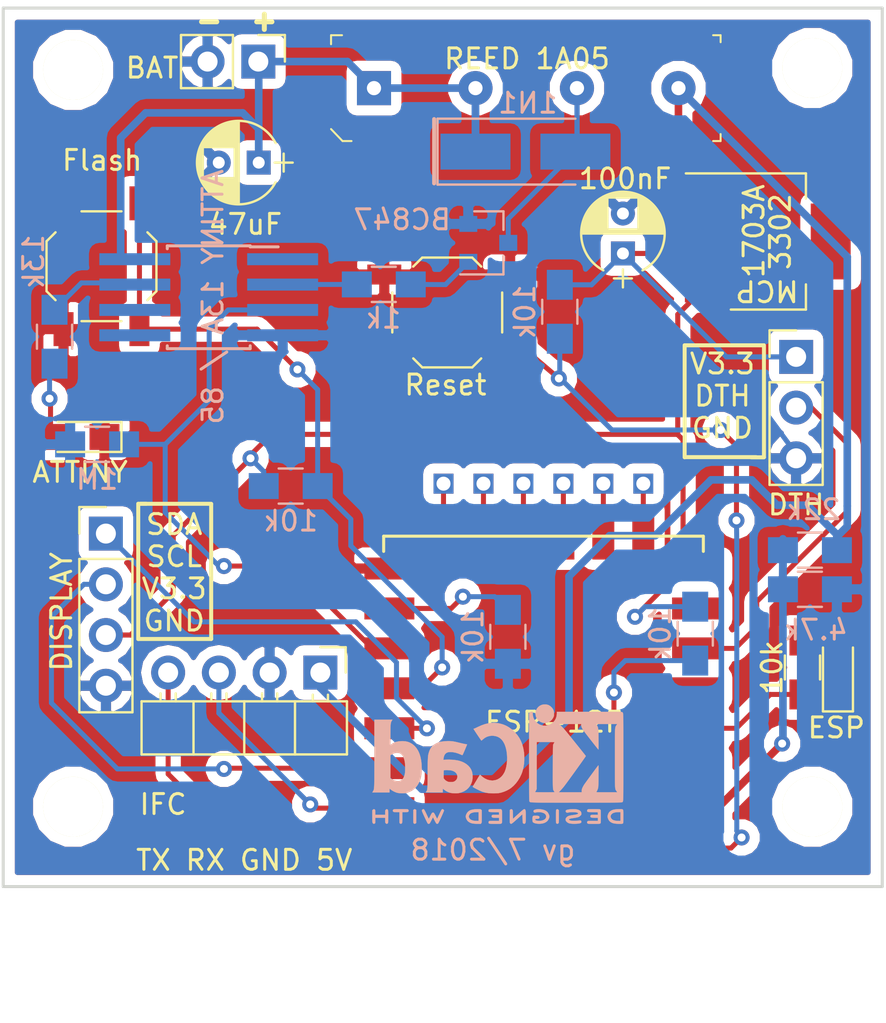
<source format=kicad_pcb>
(kicad_pcb (version 4) (host pcbnew 4.0.7)
  (layers (0 F.Cu signal) (31 B.Cu signal) (34 B.Paste user) (35 F.Paste user) (36 B.SilkS user) (37 F.SilkS user) (38 B.Mask user hide) (39 F.Mask user hide) (44 Edge.Cuts user hide))
  (net 0 "")
  (net 1 GND)
  (net 2 "Net-(D1-Pad2)")
  (net 3 "Net-(R1-Pad2)")
  (net 4 RX)
  (net 5 TX)
  (net 6 VBAT)
  (net 7 "Net-(1N1-Pad2)")
  (net 8 V3.3)
  (net 9 "Net-(D2-Pad2)")
  (net 10 VCC_OUT)
  (net 11 SDA)
  (net 12 SCL)
  (net 13 DTH)
  (net 14 ATTINY_DI)
  (net 15 ATTINY_SWITCH)
  (net 16 ADC)
  (net 17 "Net-(R6-Pad1)")
  (net 18 "Net-(R7-Pad1)")
  (net 19 "Net-(R8-Pad2)")
  (net 20 "Net-(R9-Pad2)")
  (net 21 "Net-(R10-Pad1)")
  (net 22 "Net-(U1-Pad1)")
  (net 23 "Net-(U3-Pad5)")
  (net 24 "Net-(U1-Pad5)")
  (net 25 "Net-(U1-Pad6)")
  (net 26 "Net-(Q1-Pad1)")
  (net 27 "Net-(U3-Pad7)")
  (net 28 "Net-(J7-Pad1)")
  (net 29 "Net-(J8-Pad1)")
  (net 30 "Net-(J9-Pad1)")
  (net 31 "Net-(J10-Pad1)")
  (net 32 "Net-(J11-Pad1)")
  (net 33 "Net-(J6-Pad1)")
  (module ESP8266:ESP-12E_SMD (layer F.Cu) (at 143.83 111.67 180)
    (fp_text reference U3 hide)
    (fp_text value ESP-12F (at 6.48 6.31 360) (layer F.SilkS))
    (pad 1 smd rect (at 0 0 180) (size 2.5 1.1) (drill (offset -0.7 0)) (layers F.Cu F.Paste F.Mask) (net 17 "Net-(R6-Pad1)"))
    (pad 2 smd rect (at 0 2 180) (size 2.5 1.1) (drill (offset -0.7 0)) (layers F.Cu F.Paste F.Mask) (net 16 ADC))
    (pad 3 smd rect (at 0 4 180) (size 2.5 1.1) (drill (offset -0.7 0)) (layers F.Cu F.Paste F.Mask) (net 18 "Net-(R7-Pad1)"))
    (pad 4 smd rect (at 0 6 180) (size 2.5 1.1) (drill (offset -0.7 0)) (layers F.Cu F.Paste F.Mask) (net 19 "Net-(R8-Pad2)"))
    (pad 5 smd rect (at 0 8 180) (size 2.5 1.1) (drill (offset -0.7 0)) (layers F.Cu F.Paste F.Mask) (net 23 "Net-(U3-Pad5)"))
    (pad 6 smd rect (at 0 10 180) (size 2.5 1.1) (drill (offset -0.7 0)) (layers F.Cu F.Paste F.Mask) (net 13 DTH))
    (pad 7 smd rect (at 0 12 180) (size 2.5 1.1) (drill (offset -0.7 0)) (layers F.Cu F.Paste F.Mask) (net 27 "Net-(U3-Pad7)"))
    (pad 8 smd rect (at 0 14 180) (size 2.5 1.1) (drill (offset -0.7 0)) (layers F.Cu F.Paste F.Mask) (net 8 V3.3))
    (pad 9 smd rect (at 14 14 180) (size 2.5 1.1) (drill (offset 0.7 0)) (layers F.Cu F.Paste F.Mask) (net 1 GND))
    (pad 10 smd rect (at 14 12 180) (size 2.5 1.1) (drill (offset 0.7 0)) (layers F.Cu F.Paste F.Mask) (net 20 "Net-(R9-Pad2)"))
    (pad 11 smd rect (at 14 10 180) (size 2.5 1.1) (drill (offset 0.7 0)) (layers F.Cu F.Paste F.Mask) (net 14 ATTINY_DI))
    (pad 12 smd rect (at 14 8 180) (size 2.5 1.1) (drill (offset 0.7 0)) (layers F.Cu F.Paste F.Mask) (net 21 "Net-(R10-Pad1)"))
    (pad 13 smd rect (at 14 6 180) (size 2.5 1.1) (drill (offset 0.7 0)) (layers F.Cu F.Paste F.Mask) (net 11 SDA))
    (pad 14 smd rect (at 14 4 180) (size 2.5 1.1) (drill (offset 0.7 0)) (layers F.Cu F.Paste F.Mask) (net 12 SCL))
    (pad 15 smd rect (at 14 2 180) (size 2.5 1.1) (drill (offset 0.7 0)) (layers F.Cu F.Paste F.Mask) (net 4 RX))
    (pad 16 smd rect (at 14 0 180) (size 2.5 1.1) (drill (offset 0.7 0)) (layers F.Cu F.Paste F.Mask) (net 5 TX))
    (pad 17 smd rect (at 1.99 15 270) (size 2.5 1.1) (drill (offset -0.7 0)) (layers F.Cu F.Paste F.Mask) (net 33 "Net-(J6-Pad1)"))
    (pad 18 smd rect (at 3.99 15 270) (size 2.5 1.1) (drill (offset -0.7 0)) (layers F.Cu F.Paste F.Mask) (net 28 "Net-(J7-Pad1)"))
    (pad 19 smd rect (at 5.99 15 270) (size 2.5 1.1) (drill (offset -0.7 0)) (layers F.Cu F.Paste F.Mask) (net 29 "Net-(J8-Pad1)"))
    (pad 20 smd rect (at 7.99 15 270) (size 2.5 1.1) (drill (offset -0.7 0)) (layers F.Cu F.Paste F.Mask) (net 30 "Net-(J9-Pad1)"))
    (pad 21 smd rect (at 9.99 15 270) (size 2.5 1.1) (drill (offset -0.7 0)) (layers F.Cu F.Paste F.Mask) (net 31 "Net-(J10-Pad1)"))
    (pad 22 smd rect (at 11.99 15 270) (size 2.5 1.1) (drill (offset -0.7 0)) (layers F.Cu F.Paste F.Mask) (net 32 "Net-(J11-Pad1)"))
  )
  (module Capacitors_THT:CP_Radial_D4.0mm_P2.00mm (layer F.Cu) (at 140.82 81.89 90)
    (fp_text reference C2 hide)
    (fp_text value 100nF (at 3.74 0.11 180) (layer F.SilkS))
    (pad 1 thru_hole rect (at 0 0 90) (size 1.2 1.2) (drill 0.6) (layers *.Cu *.Mask) (net 8 V3.3))
    (pad 2 thru_hole circle (at 2 0 90) (size 1.2 1.2) (drill 0.6) (layers *.Cu *.Mask) (net 1 GND))
  )
  (module Mounting_Holes:MountingHole_3mm (layer F.Cu) (at 113.3 109.6)
    (fp_text reference REF3 hide)
    (fp_text value MountingHole_3mm)
    (pad 1 np_thru_hole circle (at 0 0) (size 3 3) (drill 3) (layers *.Cu *.Mask F.SilkS))
  )
  (module Mounting_Holes:MountingHole_3mm (layer F.Cu) (at 113.3 72.7)
    (fp_text reference REF4 hide)
    (fp_text value MountingHole_3mm)
    (pad 1 np_thru_hole circle (at 0 0) (size 3 3) (drill 3) (layers *.Cu *.Mask F.SilkS))
  )
  (module Mounting_Holes:MountingHole_3mm (layer F.Cu) (at 150.3 109.6)
    (fp_text reference REF2 hide)
    (fp_text value MountingHole_3mm)
    (pad 1 np_thru_hole circle (at 0 0) (size 3 3) (drill 3) (layers *.Cu *.Mask F.SilkS))
  )
  (module Mounting_Holes:MountingHole_3mm (layer F.Cu) (at 150.3 72.6)
    (fp_text reference REF01 hide)
    (fp_text value MountingHole_3mm)
    (pad 1 np_thru_hole circle (at 0 0) (size 3 3) (drill 3) (layers *.Cu *.Mask F.SilkS))
  )
  (module Capacitors_THT:CP_Radial_D4.0mm_P2.00mm (layer F.Cu) (at 122.59 77.34 180)
    (fp_text reference C1 hide)
    (fp_text value 47uF (at 0.67 -3.09 180) (layer F.SilkS))
    (pad 1 thru_hole rect (at 0 0 180) (size 1.2 1.2) (drill 0.6) (layers *.Cu *.Mask) (net 6 VBAT))
    (pad 2 thru_hole circle (at 2 0 180) (size 1.2 1.2) (drill 0.6) (layers *.Cu *.Mask) (net 1 GND))
  )
  (module LEDs:LED_0805_HandSoldering (layer F.Cu) (at 113.52 91.08 180)
    (fp_text reference D1 hide)
    (fp_text value ATTINY (at -0.13 -1.77 180) (layer F.SilkS))
    (pad 1 smd rect (at -1.35 0 180) (size 1.5 1.3) (layers F.Cu F.Paste F.Mask) (net 1 GND))
    (pad 2 smd rect (at 1.35 0 180) (size 1.5 1.3) (layers F.Cu F.Paste F.Mask) (net 2 "Net-(D1-Pad2)"))
  )
  (module LEDs:LED_0805_HandSoldering (layer F.Cu) (at 151.584 102.626 90)
    (fp_text reference D2)
    (fp_text value ESP (at -3.02 -0.08 180) (layer F.SilkS))
    (pad 1 smd rect (at -1.35 0 90) (size 1.5 1.3) (layers F.Cu F.Paste F.Mask) (net 1 GND))
    (pad 2 smd rect (at 1.35 0 90) (size 1.5 1.3) (layers F.Cu F.Paste F.Mask) (net 9 "Net-(D2-Pad2)"))
  )
  (module TO_SOT_Packages_SMD:SOT-23 (layer B.Cu) (at 134.08 81.36)
    (fp_text reference Q1 hide)
    (fp_text value BC847 (at -4.31 -1.16) (layer B.SilkS) (effects (justify mirror)))
    (pad 1 smd rect (at -1 0.95) (size 0.9 0.8) (layers B.Cu B.Paste B.Mask) (net 26 "Net-(Q1-Pad1)"))
    (pad 2 smd rect (at -1 -0.95) (size 0.9 0.8) (layers B.Cu B.Paste B.Mask) (net 1 GND))
    (pad 3 smd rect (at 1 0) (size 0.9 0.8) (layers B.Cu B.Paste B.Mask) (net 7 "Net-(1N1-Pad2)"))
  )
  (module Resistors_SMD:R_0805_HandSoldering (layer B.Cu) (at 112.37 86.06 90)
    (fp_text reference R1 hide)
    (fp_text value 13k (at 3.76 -1.05 90) (layer B.SilkS) (effects (justify mirror)))
    (pad 1 smd rect (at -1.35 0 90) (size 1.5 1.3) (layers B.Cu B.Paste B.Mask) (net 2 "Net-(D1-Pad2)"))
    (pad 2 smd rect (at 1.35 0 90) (size 1.5 1.3) (layers B.Cu B.Paste B.Mask) (net 3 "Net-(R1-Pad2)"))
  )
  (module Resistors_SMD:R_0805_HandSoldering (layer B.Cu) (at 114.5 91.45 180)
    (fp_text reference R2 hide)
    (fp_text value 1M (at 0 -1.75 180) (layer B.SilkS) (effects (justify mirror)))
    (pad 1 smd rect (at -1.35 0 180) (size 1.5 1.3) (layers B.Cu B.Paste B.Mask) (net 14 ATTINY_DI))
    (pad 2 smd rect (at 1.35 0 180) (size 1.5 1.3) (layers B.Cu B.Paste B.Mask) (net 1 GND))
  )
  (module Resistors_SMD:R_0805_HandSoldering (layer B.Cu) (at 128.85 83.44)
    (fp_text reference R3 hide)
    (fp_text value 1k (at -0.02 1.69) (layer B.SilkS) (effects (justify mirror)))
    (pad 1 smd rect (at -1.35 0) (size 1.5 1.3) (layers B.Cu B.Paste B.Mask) (net 15 ATTINY_SWITCH))
    (pad 2 smd rect (at 1.35 0) (size 1.5 1.3) (layers B.Cu B.Paste B.Mask) (net 26 "Net-(Q1-Pad1)"))
  )
  (module Resistors_SMD:R_0805_HandSoldering (layer B.Cu) (at 150.18 96.75 180)
    (fp_text reference R4 hide)
    (fp_text value 4.7k (at -0.29 -4 180) (layer B.SilkS) (effects (justify mirror)))
    (pad 1 smd rect (at -1.35 0 180) (size 1.5 1.3) (layers B.Cu B.Paste B.Mask) (net 10 VCC_OUT))
    (pad 2 smd rect (at 1.35 0 180) (size 1.5 1.3) (layers B.Cu B.Paste B.Mask) (net 16 ADC))
  )
  (module Resistors_SMD:R_0805_HandSoldering (layer B.Cu) (at 150.18 98.71)
    (fp_text reference R5 hide)
    (fp_text value 22k (at 0.18 -3.99) (layer B.SilkS) (effects (justify mirror)))
    (pad 1 smd rect (at -1.35 0) (size 1.5 1.3) (layers B.Cu B.Paste B.Mask) (net 16 ADC))
    (pad 2 smd rect (at 1.35 0) (size 1.5 1.3) (layers B.Cu B.Paste B.Mask) (net 1 GND))
  )
  (module Resistors_SMD:R_0805_HandSoldering (layer B.Cu) (at 137.66 84.81 90)
    (fp_text reference R6 hide)
    (fp_text value 10k (at 0 -1.75 90) (layer B.SilkS) (effects (justify mirror)))
    (pad 1 smd rect (at -1.35 0 90) (size 1.5 1.3) (layers B.Cu B.Paste B.Mask) (net 17 "Net-(R6-Pad1)"))
    (pad 2 smd rect (at 1.35 0 90) (size 1.5 1.3) (layers B.Cu B.Paste B.Mask) (net 8 V3.3))
  )
  (module Resistors_SMD:R_0805_HandSoldering (layer B.Cu) (at 144.44 100.93 90)
    (fp_text reference R7 hide)
    (fp_text value 10k (at 0 -1.75 90) (layer B.SilkS) (effects (justify mirror)))
    (pad 1 smd rect (at -1.35 0 90) (size 1.5 1.3) (layers B.Cu B.Paste B.Mask) (net 18 "Net-(R7-Pad1)"))
    (pad 2 smd rect (at 1.35 0 90) (size 1.5 1.3) (layers B.Cu B.Paste B.Mask) (net 8 V3.3))
  )
  (module Resistors_SMD:R_0805_HandSoldering (layer F.Cu) (at 149.806 102.626 270)
    (fp_text reference R8 hide)
    (fp_text value 10k (at 0 1.524 270) (layer F.SilkS))
    (pad 1 smd rect (at -1.35 0 270) (size 1.5 1.3) (layers F.Cu F.Paste F.Mask) (net 9 "Net-(D2-Pad2)"))
    (pad 2 smd rect (at 1.35 0 270) (size 1.5 1.3) (layers F.Cu F.Paste F.Mask) (net 19 "Net-(R8-Pad2)"))
  )
  (module Resistors_SMD:R_0805_HandSoldering (layer B.Cu) (at 135.06 101.09 90)
    (fp_text reference R9 hide)
    (fp_text value 10k (at 0 -1.75 90) (layer B.SilkS) (effects (justify mirror)))
    (pad 1 smd rect (at -1.35 0 90) (size 1.5 1.3) (layers B.Cu B.Paste B.Mask) (net 1 GND))
    (pad 2 smd rect (at 1.35 0 90) (size 1.5 1.3) (layers B.Cu B.Paste B.Mask) (net 20 "Net-(R9-Pad2)"))
  )
  (module Resistors_SMD:R_0805_HandSoldering (layer B.Cu) (at 124.19 93.54 180)
    (fp_text reference R10 hide)
    (fp_text value 10k (at 0 -1.75 180) (layer B.SilkS) (effects (justify mirror)))
    (pad 1 smd rect (at -1.35 0 180) (size 1.5 1.3) (layers B.Cu B.Paste B.Mask) (net 21 "Net-(R10-Pad1)"))
    (pad 2 smd rect (at 1.35 0 180) (size 1.5 1.3) (layers B.Cu B.Paste B.Mask) (net 8 V3.3))
  )
  (module Buttons_Switches_SMD:SW_SPST_TL3342 (layer F.Cu) (at 132.026 84.846 180)
    (fp_text reference SW1 hide)
    (fp_text value Reset (at 0.09 -3.63 180) (layer F.SilkS))
    (pad 1 smd rect (at -3.15 -1.9 180) (size 1.7 1) (layers F.Cu F.Paste F.Mask) (net 17 "Net-(R6-Pad1)"))
    (pad 1 smd rect (at 3.15 -1.9 180) (size 1.7 1) (layers F.Cu F.Paste F.Mask) (net 17 "Net-(R6-Pad1)"))
    (pad 2 smd rect (at -3.15 1.9 180) (size 1.7 1) (layers F.Cu F.Paste F.Mask) (net 1 GND))
    (pad 2 smd rect (at 3.15 1.9 180) (size 1.7 1) (layers F.Cu F.Paste F.Mask) (net 1 GND))
  )
  (module Buttons_Switches_SMD:SW_SPST_TL3342 (layer F.Cu) (at 114.72 82.53 270)
    (fp_text reference SW2 hide)
    (fp_text value Flash (at -5.304 -0.034 360) (layer F.SilkS))
    (pad 1 smd rect (at -3.15 -1.9 270) (size 1.7 1) (layers F.Cu F.Paste F.Mask) (net 21 "Net-(R10-Pad1)"))
    (pad 1 smd rect (at 3.15 -1.9 270) (size 1.7 1) (layers F.Cu F.Paste F.Mask) (net 21 "Net-(R10-Pad1)"))
    (pad 2 smd rect (at -3.15 1.9 270) (size 1.7 1) (layers F.Cu F.Paste F.Mask) (net 1 GND))
    (pad 2 smd rect (at 3.15 1.9 270) (size 1.7 1) (layers F.Cu F.Paste F.Mask) (net 1 GND))
  )
  (module TO_SOT_Packages_SMD:SOT-223 (layer F.Cu) (at 148.07 81.29)
    (fp_text reference U2 hide)
    (fp_text value 1703A (at -0.69 -0.52 90) (layer F.SilkS))
    (pad 4 smd rect (at 3.15 0) (size 2 3.8) (layers F.Cu F.Paste F.Mask))
    (pad 2 smd rect (at -3.15 0) (size 2 1.5) (layers F.Cu F.Paste F.Mask) (net 1 GND))
    (pad 3 smd rect (at -3.15 2.3) (size 2 1.5) (layers F.Cu F.Paste F.Mask) (net 8 V3.3))
    (pad 1 smd rect (at -3.15 -2.3) (size 2 1.5) (layers F.Cu F.Paste F.Mask) (net 10 VCC_OUT))
  )
  (module EspSensorModule:Relay_Reed (layer F.Cu) (at 128.36 73.61)
    (fp_text reference J2 hide)
    (fp_text value "REED 1A05" (at 7.66 -1.47) (layer F.SilkS))
    (pad 1 thru_hole rect (at 0 0) (size 1.71 1.71) (drill 0.71) (layers *.Cu *.Mask) (net 6 VBAT))
    (pad 2 thru_hole circle (at 5.08 0) (size 1.71 1.71) (drill 0.71) (layers *.Cu *.Mask) (net 6 VBAT))
    (pad 3 thru_hole circle (at 10.16 0) (size 1.71 1.71) (drill 0.71) (layers *.Cu *.Mask) (net 7 "Net-(1N1-Pad2)"))
    (pad 4 thru_hole circle (at 15.24 0) (size 1.71 1.71) (drill 0.71) (layers *.Cu *.Mask) (net 10 VCC_OUT))
  )
  (module Pin_Headers:Pin_Header_Straight_1x03_Pitch2.54mm (layer F.Cu) (at 149.49 87.07)
    (fp_text reference J4 hide)
    (fp_text value DTH (at 0 7.41) (layer F.SilkS))
    (pad 1 thru_hole rect (at 0 0) (size 1.7 1.7) (drill 1) (layers *.Cu *.Mask) (net 8 V3.3))
    (pad 2 thru_hole oval (at 0 2.54) (size 1.7 1.7) (drill 1) (layers *.Cu *.Mask) (net 13 DTH))
    (pad 3 thru_hole oval (at 0 5.08) (size 1.7 1.7) (drill 1) (layers *.Cu *.Mask) (net 1 GND))
  )
  (module Pin_Headers:Pin_Header_Straight_1x02_Pitch2.54mm (layer F.Cu) (at 122.57 72.28 270)
    (fp_text reference J1 hide)
    (fp_text value BAT (at 0.32 5.32 360) (layer F.SilkS))
    (pad 1 thru_hole rect (at 0 0 270) (size 1.7 1.7) (drill 1) (layers *.Cu *.Mask) (net 6 VBAT))
    (pad 2 thru_hole oval (at 0 2.54 270) (size 1.7 1.7) (drill 1) (layers *.Cu *.Mask) (net 1 GND))
  )
  (module Diodes_SMD:D_SMA_Handsoldering (layer B.Cu) (at 135.94 76.79)
    (fp_text reference 1N1 (at 0.12 -2.43) (layer B.SilkS) (effects (justify mirror)))
    (fp_text value D hide)
    (pad 1 smd rect (at -2.5 0) (size 3.5 1.8) (layers B.Cu B.Paste B.Mask) (net 6 VBAT))
    (pad 2 smd rect (at 2.5 0) (size 3.5 1.8) (layers B.Cu B.Paste B.Mask) (net 7 "Net-(1N1-Pad2)"))
  )
  (module EspSensorModule:TestPin (layer F.Cu) (at 141.84 93.42)
    (fp_text reference J6 hide)
    (fp_text value " ")
    (pad 1 thru_hole rect (at 0 0) (size 1 1) (drill 0.7) (layers *.Cu *.Mask) (net 33 "Net-(J6-Pad1)"))
  )
  (module EspSensorModule:TestPin (layer F.Cu) (at 139.84 93.42)
    (fp_text reference J7 hide)
    (fp_text value " ")
    (pad 1 thru_hole rect (at 0 0) (size 1 1) (drill 0.7) (layers *.Cu *.Mask) (net 28 "Net-(J7-Pad1)"))
  )
  (module EspSensorModule:TestPin (layer F.Cu) (at 137.84 93.42)
    (fp_text reference J8 hide)
    (fp_text value " ")
    (pad 1 thru_hole rect (at 0 0) (size 1 1) (drill 0.7) (layers *.Cu *.Mask) (net 29 "Net-(J8-Pad1)"))
  )
  (module EspSensorModule:TestPin (layer F.Cu) (at 135.84 93.42)
    (fp_text reference J9 hide)
    (fp_text value " ")
    (pad 1 thru_hole rect (at 0 0) (size 1 1) (drill 0.7) (layers *.Cu *.Mask) (net 30 "Net-(J9-Pad1)"))
  )
  (module EspSensorModule:TestPin (layer F.Cu) (at 133.84 93.42)
    (fp_text reference J10 hide)
    (fp_text value " ")
    (pad 1 thru_hole rect (at 0 0) (size 1 1) (drill 0.7) (layers *.Cu *.Mask) (net 31 "Net-(J10-Pad1)"))
  )
  (module EspSensorModule:TestPin (layer F.Cu) (at 131.84 93.42)
    (fp_text reference J11 hide)
    (fp_text value " ")
    (pad 1 thru_hole rect (at 0 0) (size 1 1) (drill 0.7) (layers *.Cu *.Mask) (net 32 "Net-(J11-Pad1)"))
  )
  (module Symbols:KiCad-Logo2_6mm_SilkScreen (layer B.Cu) (at 134.566 107.452 180)
    (fp_text reference REF*** hide)
    (fp_text value KiCad-Logo2_6mm_SilkScreen hide)
  )
  (module Socket_Strips:Socket_Strip_Straight_1x04_Pitch2.54mm (layer F.Cu) (at 114.94 95.92)
    (fp_text reference J3)
    (fp_text value DISPLAY (at -2.218 3.912 90) (layer F.SilkS))
    (pad 1 thru_hole rect (at 0 0) (size 1.7 1.7) (drill 1) (layers *.Cu *.Mask) (net 11 SDA))
    (pad 2 thru_hole oval (at 0 2.54) (size 1.7 1.7) (drill 1) (layers *.Cu *.Mask) (net 12 SCL))
    (pad 3 thru_hole oval (at 0 5.08) (size 1.7 1.7) (drill 1) (layers *.Cu *.Mask) (net 8 V3.3))
    (pad 4 thru_hole oval (at 0 7.62) (size 1.7 1.7) (drill 1) (layers *.Cu *.Mask) (net 1 GND))
  )
  (module EspSensorModule:Pin_Header_Angled_1x04_Pitch2.54mm_1 (layer F.Cu) (at 125.676 102.88 270)
    (fp_text reference J5)
    (fp_text value IFC (at 6.604 7.874 360) (layer F.SilkS))
    (pad 1 thru_hole rect (at 0 0 270) (size 1.7 1.7) (drill 1) (layers *.Cu *.Mask) (net 10 VCC_OUT))
    (pad 2 thru_hole oval (at 0 2.54 270) (size 1.7 1.7) (drill 1) (layers *.Cu *.Mask) (net 1 GND))
    (pad 3 thru_hole oval (at 0 5.08 270) (size 1.7 1.7) (drill 1) (layers *.Cu *.Mask) (net 4 RX))
    (pad 4 thru_hole oval (at 0 7.62 270) (size 1.7 1.7) (drill 1) (layers *.Cu *.Mask) (net 5 TX))
  )
  (module EspSensorModule:SOP-SOIC-8_3.9x4.9mm_Pitch1.27mm (layer B.Cu) (at 120.088 84.084 180)
    (fp_text reference U1 hide)
    (fp_text value "ATTINY 13A / 85" (at -0.21 0.02 270) (layer B.SilkS) (effects (justify mirror)))
    (pad 1 smd rect (at -3.7 1.905 180) (size 3.55 0.6) (layers B.Cu B.Paste B.Mask) (net 22 "Net-(U1-Pad1)"))
    (pad 2 smd rect (at -3.7 0.635 180) (size 3.55 0.6) (layers B.Cu B.Paste B.Mask) (net 15 ATTINY_SWITCH))
    (pad 3 smd rect (at -3.7 -0.635 180) (size 3.55 0.6) (layers B.Cu B.Paste B.Mask) (net 14 ATTINY_DI))
    (pad 4 smd rect (at -3.7 -1.905 180) (size 3.55 0.6) (layers B.Cu B.Paste B.Mask) (net 1 GND))
    (pad 5 smd rect (at 3.7 -1.905 180) (size 3.55 0.6) (layers B.Cu B.Paste B.Mask) (net 24 "Net-(U1-Pad5)"))
    (pad 6 smd rect (at 3.7 -0.635 180) (size 3.55 0.6) (layers B.Cu B.Paste B.Mask) (net 25 "Net-(U1-Pad6)"))
    (pad 7 smd rect (at 3.7 0.635 180) (size 3.55 0.6) (layers B.Cu B.Paste B.Mask) (net 3 "Net-(R1-Pad2)"))
    (pad 8 smd rect (at 3.7 1.905 180) (size 3.55 0.6) (layers B.Cu B.Paste B.Mask) (net 6 VBAT))
  )
  (gr_line (start 131.37 75.16) (end 131.37 78.38) (angle 90) (layer B.SilkS) (width 0.2))
  (gr_text "TX RX GND 5V" (at 121.866 112.278) (layer F.SilkS) (effects (font (size 1 1))))
  (gr_text MCP (at 148.03 83.76 180) (layer F.SilkS) (effects (font (size 1 1))))
  (gr_line (start 116.56 101.198) (end 116.56 94.428) (angle 90) (layer F.SilkS) (width 0.2))
  (gr_line (start 147.24 92.1) (end 147.88 92.1) (angle 90) (layer F.SilkS) (width 0.2))
  (gr_line (start 143.91 86.49) (end 143.91 92.1) (angle 90) (layer F.SilkS) (width 0.2))
  (gr_line (start 147.87 86.49) (end 143.91 86.49) (angle 90) (layer F.SilkS) (width 0.2))
  (gr_line (start 147.88 92.09) (end 147.88 86.49) (angle 90) (layer F.SilkS) (width 0.2))
  (gr_line (start 143.91 92.09) (end 147.49 92.09) (angle 90) (layer F.SilkS) (width 0.2))
  (gr_line (start 116.56 94.428) (end 116.96 94.428) (angle 90) (layer F.SilkS) (width 0.2))
  (gr_line (start 120.21 101.198) (end 116.56 101.198) (angle 90) (layer F.SilkS) (width 0.2))
  (gr_line (start 120.21 94.448) (end 120.21 101.198) (angle 90) (layer F.SilkS) (width 0.2))
  (gr_line (start 116.66 94.428) (end 120.21 94.428) (angle 90) (layer F.SilkS) (width 0.2))
  (gr_text "-  +" (at 121.49 70.22) (layer F.SilkS) (effects (font (size 1 1) (thickness 0.25))))
  (gr_text "SDA\nSCL\nV3.3\nGND" (at 118.36 97.878) (layer F.SilkS) (effects (font (size 1 1))))
  (gr_text "V3.3\nDTH\nGND" (at 145.8 89.03) (layer F.SilkS) (effects (font (size 1 1))))
  (gr_text 3302 (at 148.7 80.8 90) (layer F.SilkS) (effects (font (size 1 1))))
  (gr_text "gv 7/2018" (at 134.312 111.77) (layer B.SilkS) (effects (font (size 1 1)) (justify mirror)))
  (gr_line (start 109.8 113.6) (end 109.8 69.6) (angle 90) (layer Edge.Cuts) (width 0.15))
  (gr_line (start 153.8 113.6) (end 109.8 113.6) (angle 90) (layer Edge.Cuts) (width 0.15))
  (gr_line (start 153.8 69.6) (end 153.8 113.6) (angle 90) (layer Edge.Cuts) (width 0.15))
  (gr_line (start 109.8 69.6) (end 153.8 69.6) (angle 90) (layer Edge.Cuts) (width 0.15))
  (segment (start 129.83 97.67) (end 130.79 97.7) (width 0.381) (layer F.Cu) (net 1))
  (segment (start 130.79 97.7) (end 131.49 98.4) (width 0.381) (layer F.Cu) (net 1))
  (segment (start 129.83 97.67) (end 129.84 93.96) (width 0.381) (layer F.Cu) (net 1))
  (segment (start 149.49 91.93) (end 146.69 88.13) (width 0.25) (layer B.Cu) (net 1))
  (segment (start 149.49 92.15) (end 149.49 91.93) (width 0.25) (layer B.Cu) (net 1))
  (segment (start 112.12 89.16) (end 112.12 87.66) (width 0.25) (layer B.Cu) (net 2))
  (segment (start 112.12 87.66) (end 112.37 87.41) (width 0.25) (layer B.Cu) (net 2))
  (segment (start 112.17 91.08) (end 112.17 89.21) (width 0.25) (layer F.Cu) (net 2))
  (via (at 112.12 89.16) (size 0.8) (drill 0.4) (layers F.Cu B.Cu) (net 2))
  (segment (start 112.17 89.21) (end 112.12 89.16) (width 0.25) (layer F.Cu) (net 2))
  (segment (start 115.68 83.365) (end 113.715 83.365) (width 0.25) (layer B.Cu) (net 3))
  (segment (start 113.715 83.365) (end 112.37 84.71) (width 0.25) (layer B.Cu) (net 3))
  (segment (start 112.375 84.715) (end 112.37 84.71) (width 0.25) (layer B.Cu) (net 3))
  (segment (start 120.596 102.88) (end 120.596 104.912) (width 0.25) (layer B.Cu) (net 4))
  (segment (start 120.596 104.912) (end 125.168 109.484) (width 0.25) (layer B.Cu) (net 4))
  (segment (start 125.168 109.484) (end 120.596 104.912) (width 0.25) (layer B.Cu) (net 4))
  (segment (start 129.83 109.67) (end 125.354 109.67) (width 0.25) (layer F.Cu) (net 4))
  (via (at 125.168 109.484) (size 0.8) (drill 0.4) (layers F.Cu B.Cu) (net 4))
  (segment (start 125.354 109.67) (end 125.168 109.484) (width 0.25) (layer F.Cu) (net 4))
  (segment (start 129.83 111.67) (end 121.766 111.67) (width 0.25) (layer F.Cu) (net 5))
  (segment (start 118.056 107.96) (end 118.056 102.88) (width 0.25) (layer F.Cu) (net 5))
  (segment (start 121.766 111.67) (end 118.056 107.96) (width 0.25) (layer F.Cu) (net 5))
  (segment (start 122.59 77.34) (end 122.59 75.65) (width 0.381) (layer B.Cu) (net 6))
  (segment (start 116.93 74.85) (end 115.68 76.1) (width 0.381) (layer B.Cu) (net 6))
  (segment (start 121.79 74.85) (end 116.93 74.85) (width 0.381) (layer B.Cu) (net 6))
  (segment (start 122.59 75.65) (end 121.79 74.85) (width 0.381) (layer B.Cu) (net 6))
  (segment (start 115.68 76.1) (end 115.68 82.095) (width 0.381) (layer B.Cu) (net 6))
  (segment (start 122.59 77.34) (end 122.59 77.11) (width 0.381) (layer F.Cu) (net 6))
  (segment (start 122.57 72.28) (end 127.03 72.28) (width 0.381) (layer B.Cu) (net 6))
  (segment (start 127.03 72.28) (end 128.36 73.61) (width 0.381) (layer B.Cu) (net 6))
  (segment (start 133.44 76.79) (end 133.44 73.61) (width 0.381) (layer B.Cu) (net 6))
  (segment (start 133.44 73.61) (end 133.45 76.78) (width 0.381) (layer B.Cu) (net 6))
  (segment (start 133.45 76.78) (end 133.44 76.79) (width 0.381) (layer B.Cu) (net 6))
  (segment (start 128.36 73.61) (end 133.44 73.61) (width 0.381) (layer B.Cu) (net 6))
  (segment (start 122.59 77.34) (end 122.59 72.3) (width 0.381) (layer B.Cu) (net 6))
  (segment (start 122.59 72.3) (end 122.57 72.28) (width 0.381) (layer B.Cu) (net 6))
  (segment (start 135.08 81.36) (end 135.08 80.15) (width 0.25) (layer B.Cu) (net 7))
  (segment (start 135.08 80.15) (end 138.44 76.79) (width 0.25) (layer B.Cu) (net 7))
  (segment (start 138.52 76.71) (end 138.52 73.61) (width 0.254) (layer B.Cu) (net 7))
  (segment (start 138.52 73.61) (end 138.53 76.7) (width 0.254) (layer B.Cu) (net 7))
  (segment (start 118.31 98.816) (end 118.31 96.02) (width 0.254) (layer F.Cu) (net 8))
  (segment (start 118.31 96.02) (end 122.18 92.15) (width 0.254) (layer F.Cu) (net 8))
  (segment (start 114.94 101) (end 116.176 101) (width 0.254) (layer F.Cu) (net 8))
  (segment (start 118.31 98.866) (end 118.31 98.816) (width 0.254) (layer F.Cu) (net 8))
  (segment (start 116.176 101) (end 118.31 98.866) (width 0.254) (layer F.Cu) (net 8))
  (segment (start 144.44 99.58) (end 141.93 99.58) (width 0.254) (layer B.Cu) (net 8))
  (segment (start 141.93 99.58) (end 141.424 100.086) (width 0.254) (layer B.Cu) (net 8))
  (segment (start 143.565 90.965) (end 143.565 84.945) (width 0.254) (layer F.Cu) (net 8))
  (segment (start 143.565 84.945) (end 144.92 83.59) (width 0.254) (layer F.Cu) (net 8))
  (segment (start 143.83 97.67) (end 143.83 91.23) (width 0.254) (layer F.Cu) (net 8))
  (segment (start 143.83 91.23) (end 143.565 90.965) (width 0.254) (layer F.Cu) (net 8))
  (segment (start 143.565 90.965) (end 143.55 90.95) (width 0.254) (layer F.Cu) (net 8))
  (segment (start 123.22 90.95) (end 143.55 90.95) (width 0.254) (layer F.Cu) (net 8))
  (segment (start 122.18 91.99) (end 123.22 90.95) (width 0.254) (layer F.Cu) (net 8))
  (segment (start 122.18 92.15) (end 122.18 91.99) (width 0.254) (layer F.Cu) (net 8))
  (segment (start 137.66 83.46) (end 139.25 83.46) (width 0.254) (layer B.Cu) (net 8))
  (segment (start 139.25 83.46) (end 140.82 81.89) (width 0.254) (layer B.Cu) (net 8))
  (segment (start 143.83 97.67) (end 143.87 97.67) (width 0.254) (layer F.Cu) (net 8))
  (segment (start 141.424 100.086) (end 143.2 98.3) (width 0.254) (layer F.Cu) (net 8))
  (via (at 141.424 100.086) (size 0.8) (drill 0.4) (layers F.Cu B.Cu) (net 8))
  (segment (start 143.2 98.3) (end 143.83 97.67) (width 0.254) (layer F.Cu) (net 8))
  (segment (start 149.49 87.07) (end 146 87.07) (width 0.254) (layer B.Cu) (net 8))
  (segment (start 146 87.07) (end 140.82 81.89) (width 0.254) (layer B.Cu) (net 8))
  (segment (start 144.92 83.59) (end 143.72 83.59) (width 0.254) (layer F.Cu) (net 8))
  (segment (start 143.72 83.59) (end 142.02 81.89) (width 0.254) (layer F.Cu) (net 8))
  (segment (start 142.02 81.89) (end 140.82 81.89) (width 0.254) (layer F.Cu) (net 8))
  (segment (start 122.84 93.54) (end 122.84 92.81) (width 0.254) (layer B.Cu) (net 8))
  (segment (start 122.84 92.81) (end 122.18 92.15) (width 0.254) (layer B.Cu) (net 8))
  (via (at 122.18 92.15) (size 0.8) (drill 0.4) (layers F.Cu B.Cu) (net 8))
  (segment (start 144.92 83.84) (end 144.92 83.59) (width 0.254) (layer F.Cu) (net 8))
  (segment (start 140.82 82.27) (end 140.82 81.89) (width 0.254) (layer F.Cu) (net 8))
  (segment (start 151.584 101.276) (end 149.806 101.276) (width 0.25) (layer F.Cu) (net 9))
  (segment (start 151.53 96.75) (end 151.53 96.076) (width 0.381) (layer B.Cu) (net 10))
  (segment (start 152.05 95.556) (end 152.05 94.54) (width 0.381) (layer B.Cu) (net 10))
  (segment (start 151.53 96.076) (end 152.05 95.556) (width 0.381) (layer B.Cu) (net 10))
  (segment (start 142.694 95.768) (end 142.44 96.022) (width 0.381) (layer B.Cu) (net 10))
  (segment (start 142.44 96.022) (end 142.186 96.022) (width 0.381) (layer B.Cu) (net 10))
  (segment (start 147.266 93.228) (end 145.234 93.228) (width 0.381) (layer B.Cu) (net 10))
  (segment (start 145.234 93.228) (end 142.694 95.768) (width 0.381) (layer B.Cu) (net 10))
  (segment (start 140.154 96.022) (end 142.186 96.022) (width 0.381) (layer B.Cu) (net 10))
  (segment (start 125.676 103.642) (end 130.756 108.722) (width 0.381) (layer B.Cu) (net 10))
  (segment (start 138.122 98.054) (end 140.154 96.022) (width 0.381) (layer B.Cu) (net 10))
  (segment (start 138.122 105.166) (end 138.122 98.054) (width 0.381) (layer B.Cu) (net 10))
  (segment (start 134.566 108.722) (end 138.122 105.166) (width 0.381) (layer B.Cu) (net 10))
  (segment (start 130.756 108.722) (end 134.566 108.722) (width 0.381) (layer B.Cu) (net 10))
  (segment (start 125.676 102.88) (end 125.676 103.642) (width 0.381) (layer B.Cu) (net 10))
  (segment (start 147.266 93.228) (end 148.536 94.498) (width 0.381) (layer B.Cu) (net 10))
  (segment (start 151.53 96.75) (end 151.53 95.968) (width 0.381) (layer B.Cu) (net 10))
  (segment (start 151.53 95.968) (end 150.06 94.498) (width 0.381) (layer B.Cu) (net 10))
  (segment (start 148.536 94.498) (end 150.06 94.498) (width 0.381) (layer B.Cu) (net 10))
  (segment (start 143.6 73.61) (end 143.6 77.67) (width 0.381) (layer F.Cu) (net 10))
  (segment (start 143.6 77.67) (end 144.92 78.99) (width 0.381) (layer F.Cu) (net 10))
  (segment (start 152.05 94.54) (end 152.05 82.06) (width 0.381) (layer B.Cu) (net 10))
  (segment (start 152.05 82.06) (end 143.6 73.61) (width 0.381) (layer B.Cu) (net 10))
  (segment (start 143.64 73.54) (end 143.64 73.6) (width 0.381) (layer B.Cu) (net 10))
  (segment (start 131.01 105.674) (end 129.486 104.15) (width 0.25) (layer B.Cu) (net 11))
  (segment (start 129.486 104.15) (end 129.486 102.372) (width 0.25) (layer B.Cu) (net 11))
  (segment (start 129.486 102.372) (end 127.454 100.34) (width 0.25) (layer B.Cu) (net 11))
  (segment (start 127.454 100.34) (end 119.36 100.34) (width 0.25) (layer B.Cu) (net 11))
  (segment (start 119.36 100.34) (end 114.94 95.92) (width 0.25) (layer B.Cu) (net 11))
  (segment (start 129.83 105.67) (end 131.006 105.67) (width 0.25) (layer F.Cu) (net 11))
  (via (at 131.01 105.674) (size 0.8) (drill 0.4) (layers F.Cu B.Cu) (net 11))
  (segment (start 131.006 105.67) (end 131.01 105.674) (width 0.25) (layer F.Cu) (net 11))
  (segment (start 115.23 95.92) (end 114.94 95.92) (width 0.25) (layer B.Cu) (net 11))
  (segment (start 120.85 107.706) (end 115.516 107.706) (width 0.25) (layer B.Cu) (net 12))
  (segment (start 113.84 98.46) (end 114.94 98.46) (width 0.25) (layer B.Cu) (net 12))
  (segment (start 112.214 100.086) (end 113.84 98.46) (width 0.25) (layer B.Cu) (net 12))
  (segment (start 112.214 104.404) (end 112.214 100.086) (width 0.25) (layer B.Cu) (net 12))
  (segment (start 115.516 107.706) (end 112.214 104.404) (width 0.25) (layer B.Cu) (net 12))
  (segment (start 129.83 107.67) (end 120.886 107.67) (width 0.25) (layer F.Cu) (net 12))
  (via (at 120.85 107.706) (size 0.8) (drill 0.4) (layers F.Cu B.Cu) (net 12))
  (segment (start 120.886 107.67) (end 120.85 107.706) (width 0.25) (layer F.Cu) (net 12))
  (segment (start 147.52 99.324) (end 152.092 94.752) (width 0.25) (layer F.Cu) (net 13))
  (segment (start 152.092 94.752) (end 152.092 91.45) (width 0.25) (layer F.Cu) (net 13))
  (segment (start 146.444 101.67) (end 147.52 100.594) (width 0.25) (layer F.Cu) (net 13))
  (segment (start 147.52 100.594) (end 147.52 99.324) (width 0.25) (layer F.Cu) (net 13))
  (segment (start 143.83 101.67) (end 146.444 101.67) (width 0.25) (layer F.Cu) (net 13))
  (segment (start 152.092 91.45) (end 150.252 89.61) (width 0.25) (layer F.Cu) (net 13))
  (segment (start 150.252 89.61) (end 149.49 89.61) (width 0.25) (layer F.Cu) (net 13))
  (segment (start 115.85 91.45) (end 117.91 91.45) (width 0.25) (layer B.Cu) (net 14))
  (segment (start 117.91 91.45) (end 120.11 89.25) (width 0.25) (layer B.Cu) (net 14))
  (segment (start 121.061 84.719) (end 123.788 84.719) (width 0.25) (layer B.Cu) (net 14))
  (segment (start 120.11 85.67) (end 121.061 84.719) (width 0.25) (layer B.Cu) (net 14))
  (segment (start 120.11 89.25) (end 120.11 85.67) (width 0.25) (layer B.Cu) (net 14))
  (segment (start 117.91 91.45) (end 117.802 91.45) (width 0.25) (layer B.Cu) (net 14))
  (segment (start 117.802 91.45) (end 117.91 91.45) (width 0.25) (layer B.Cu) (net 14))
  (segment (start 120.85 97.546) (end 120.596 97.546) (width 0.25) (layer B.Cu) (net 14))
  (segment (start 117.91 94.86) (end 117.91 91.45) (width 0.25) (layer B.Cu) (net 14))
  (segment (start 120.596 97.546) (end 117.91 94.86) (width 0.25) (layer B.Cu) (net 14))
  (segment (start 129.83 101.67) (end 128.276 101.67) (width 0.25) (layer F.Cu) (net 14))
  (segment (start 128.276 101.67) (end 124.152 97.546) (width 0.25) (layer F.Cu) (net 14))
  (segment (start 124.152 97.546) (end 120.85 97.546) (width 0.25) (layer F.Cu) (net 14))
  (via (at 120.85 97.546) (size 0.8) (drill 0.4) (layers F.Cu B.Cu) (net 14))
  (segment (start 127.5 83.44) (end 123.789 83.45) (width 0.25) (layer B.Cu) (net 15))
  (segment (start 123.789 83.45) (end 123.788 83.449) (width 0.25) (layer B.Cu) (net 15))
  (segment (start 143.83 109.67) (end 145.556 109.67) (width 0.381) (layer F.Cu) (net 16))
  (segment (start 145.556 109.67) (end 148.79 106.436) (width 0.381) (layer F.Cu) (net 16))
  (segment (start 148.79 105.42) (end 148.83 105.42) (width 0.381) (layer B.Cu) (net 16))
  (segment (start 148.83 105.46) (end 148.79 105.42) (width 0.381) (layer B.Cu) (net 16))
  (segment (start 148.83 106.396) (end 148.83 105.46) (width 0.381) (layer B.Cu) (net 16))
  (segment (start 148.79 106.436) (end 148.83 106.396) (width 0.381) (layer B.Cu) (net 16))
  (via (at 148.79 106.436) (size 0.8) (drill 0.4) (layers F.Cu B.Cu) (net 16))
  (segment (start 148.83 105.42) (end 148.83 96.75) (width 0.381) (layer B.Cu) (net 16))
  (segment (start 148.83 98.71) (end 148.83 96.75) (width 0.381) (layer B.Cu) (net 16))
  (segment (start 148.83 96.75) (end 148.83 96.18) (width 0.381) (layer B.Cu) (net 16))
  (segment (start 148.83 96.75) (end 148.81 98.69) (width 0.381) (layer B.Cu) (net 16))
  (segment (start 148.81 98.69) (end 148.83 98.71) (width 0.381) (layer B.Cu) (net 16))
  (segment (start 146.504 95.26) (end 146.504 91.524) (width 0.25) (layer F.Cu) (net 17))
  (segment (start 146.504 91.524) (end 145.71 90.73) (width 0.25) (layer F.Cu) (net 17))
  (segment (start 135.308 86.878) (end 135.176 86.746) (width 0.25) (layer F.Cu) (net 17))
  (segment (start 135.176 86.746) (end 135.968 86.746) (width 0.25) (layer F.Cu) (net 17))
  (segment (start 135.968 86.746) (end 137.614 88.148) (width 0.25) (layer F.Cu) (net 17))
  (via (at 137.614 88.148) (size 0.8) (drill 0.4) (layers F.Cu B.Cu) (net 17))
  (segment (start 128.876 86.746) (end 135.176 86.746) (width 0.25) (layer F.Cu) (net 17))
  (segment (start 137.614 88.148) (end 137.642 88.12) (width 0.25) (layer B.Cu) (net 17))
  (segment (start 137.642 88.12) (end 137.66 88.12) (width 0.25) (layer B.Cu) (net 17))
  (segment (start 137.66 88.12) (end 137.73 88.19) (width 0.25) (layer B.Cu) (net 17))
  (segment (start 145.71 90.73) (end 140.27 90.73) (width 0.25) (layer B.Cu) (net 17))
  (via (at 145.71 90.73) (size 0.8) (drill 0.4) (layers F.Cu B.Cu) (net 17))
  (segment (start 140.27 90.73) (end 137.73 88.19) (width 0.25) (layer B.Cu) (net 17))
  (segment (start 146.76 111.14) (end 146.76 111.05) (width 0.25) (layer B.Cu) (net 17))
  (segment (start 146.52 110.81) (end 146.52 96.34) (width 0.25) (layer B.Cu) (net 17))
  (segment (start 146.76 111.05) (end 146.52 110.81) (width 0.25) (layer B.Cu) (net 17))
  (segment (start 146.52 96.34) (end 146.504 95.26) (width 0.25) (layer B.Cu) (net 17))
  (via (at 146.504 95.26) (size 0.8) (drill 0.4) (layers F.Cu B.Cu) (net 17))
  (segment (start 143.83 111.67) (end 146.23 111.67) (width 0.25) (layer F.Cu) (net 17))
  (via (at 146.76 111.14) (size 0.8) (drill 0.4) (layers F.Cu B.Cu) (net 17))
  (segment (start 146.23 111.67) (end 146.76 111.14) (width 0.25) (layer F.Cu) (net 17))
  (segment (start 137.66 86.16) (end 137.66 88.12) (width 0.25) (layer B.Cu) (net 17))
  (segment (start 137.66 88.12) (end 137.73 88.19) (width 0.25) (layer B.Cu) (net 17))
  (segment (start 137.66 86.34) (end 137.66 86.16) (width 0.25) (layer B.Cu) (net 17))
  (segment (start 140.37 103.88) (end 140.37 102.85) (width 0.25) (layer B.Cu) (net 18))
  (segment (start 140.37 102.85) (end 140.94 102.28) (width 0.25) (layer B.Cu) (net 18))
  (segment (start 143.83 107.67) (end 141.01 107.67) (width 0.25) (layer F.Cu) (net 18))
  (segment (start 140.37 107.03) (end 140.37 103.88) (width 0.25) (layer F.Cu) (net 18))
  (segment (start 141.01 107.67) (end 140.37 107.03) (width 0.25) (layer F.Cu) (net 18))
  (segment (start 140.94 102.28) (end 144.44 102.28) (width 0.25) (layer B.Cu) (net 18))
  (via (at 140.37 103.88) (size 0.8) (drill 0.4) (layers F.Cu B.Cu) (net 18))
  (segment (start 144.44 102.83) (end 144.44 102.28) (width 0.25) (layer B.Cu) (net 18))
  (segment (start 143.83 105.67) (end 146.5 105.67) (width 0.25) (layer F.Cu) (net 19))
  (segment (start 148.194 103.976) (end 149.806 103.976) (width 0.25) (layer F.Cu) (net 19))
  (segment (start 146.5 105.67) (end 148.194 103.976) (width 0.25) (layer F.Cu) (net 19))
  (segment (start 149.21 103.976) (end 149.806 103.976) (width 0.25) (layer F.Cu) (net 19))
  (segment (start 149.824 103.994) (end 149.806 103.976) (width 0.25) (layer F.Cu) (net 19))
  (segment (start 129.83 99.67) (end 132.22 99.67) (width 0.25) (layer F.Cu) (net 20))
  (segment (start 132.22 99.67) (end 132.81 99.08) (width 0.25) (layer F.Cu) (net 20))
  (segment (start 132.81 99.08) (end 134.4 99.08) (width 0.25) (layer B.Cu) (net 20))
  (via (at 132.81 99.08) (size 0.8) (drill 0.4) (layers F.Cu B.Cu) (net 20))
  (segment (start 134.4 99.08) (end 135.06 99.74) (width 0.25) (layer B.Cu) (net 20))
  (segment (start 134.72 99.74) (end 135.06 99.74) (width 0.25) (layer B.Cu) (net 20))
  (segment (start 131.772 102.626) (end 131.772 101.102) (width 0.25) (layer B.Cu) (net 21))
  (segment (start 131.772 101.102) (end 127.2 96.53) (width 0.25) (layer B.Cu) (net 21))
  (segment (start 129.83 103.67) (end 130.728 103.67) (width 0.25) (layer F.Cu) (net 21))
  (via (at 131.772 102.626) (size 0.8) (drill 0.4) (layers F.Cu B.Cu) (net 21))
  (segment (start 130.728 103.67) (end 131.772 102.626) (width 0.25) (layer F.Cu) (net 21))
  (segment (start 127.2 95.2) (end 125.54 93.54) (width 0.25) (layer B.Cu) (net 21))
  (segment (start 127.2 96.53) (end 127.2 95.2) (width 0.25) (layer B.Cu) (net 21))
  (segment (start 116.62 85.68) (end 116.62 79.38) (width 0.25) (layer F.Cu) (net 21))
  (segment (start 125.54 93.54) (end 125.54 88.71) (width 0.25) (layer B.Cu) (net 21))
  (segment (start 122.51 85.68) (end 116.62 85.68) (width 0.25) (layer F.Cu) (net 21))
  (segment (start 124.53 87.7) (end 122.51 85.68) (width 0.25) (layer F.Cu) (net 21))
  (via (at 124.53 87.7) (size 0.8) (drill 0.4) (layers F.Cu B.Cu) (net 21))
  (segment (start 125.54 88.71) (end 124.53 87.7) (width 0.25) (layer B.Cu) (net 21))
  (segment (start 130.2 83.44) (end 131.94 83.45) (width 0.25) (layer B.Cu) (net 26))
  (segment (start 131.94 83.45) (end 133.08 82.31) (width 0.25) (layer B.Cu) (net 26))
  (segment (start 139.84 96.67) (end 139.84 93.42) (width 0.25) (layer F.Cu) (net 28))
  (segment (start 137.84 93.42) (end 137.84 96.67) (width 0.25) (layer F.Cu) (net 29))
  (segment (start 135.84 96.67) (end 135.84 93.42) (width 0.25) (layer F.Cu) (net 30))
  (segment (start 133.84 93.42) (end 133.84 96.67) (width 0.25) (layer F.Cu) (net 31))
  (segment (start 131.84 96.67) (end 131.84 93.42) (width 0.25) (layer F.Cu) (net 32))
  (segment (start 141.84 96.67) (end 141.84 93.42) (width 0.25) (layer F.Cu) (net 33))
  (zone (net 1) (net_name GND) (layer B.Cu) (connect_pads (clearance 0.508)) (min_thickness 0.254) (fill yes (arc_segments 16) (thermal_gap 0.508) (thermal_bridge_width 0.508))
    (polygon (pts (xy 154 113.74) (xy 109.64 113.74) (xy 109.64 69.39) (xy 154 69.39)))
  )
  (zone (net 1) (net_name GND) (layer F.Cu) (connect_pads (clearance 0.508)) (min_thickness 0.254) (fill yes (arc_segments 16) (thermal_gap 0.508) (thermal_bridge_width 0.508))
    (polygon (pts (xy 109.69 69.46) (xy 153.89 69.46) (xy 153.89 113.72) (xy 109.69 113.72) (xy 109.69 69.5) (xy 109.75 69.5)))
  )
)
</source>
